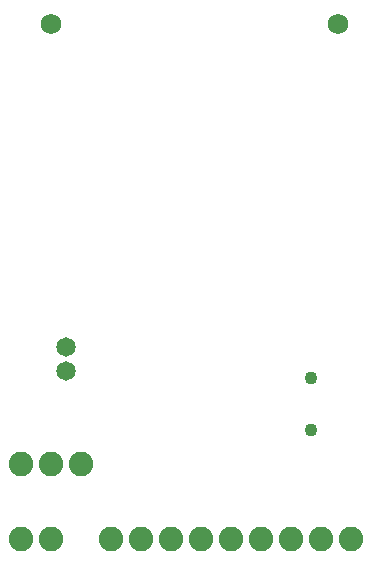
<source format=gbr>
G04 EAGLE Gerber RS-274X export*
G75*
%MOMM*%
%FSLAX34Y34*%
%LPD*%
%INSoldermask Bottom*%
%IPPOS*%
%AMOC8*
5,1,8,0,0,1.08239X$1,22.5*%
G01*
%ADD10C,2.082800*%
%ADD11C,1.103200*%
%ADD12C,1.651000*%
%ADD13C,1.753200*%


D10*
X96520Y12700D03*
X121920Y12700D03*
X147320Y12700D03*
X172720Y12700D03*
X198120Y12700D03*
X223520Y12700D03*
X248920Y12700D03*
X274320Y12700D03*
X299720Y12700D03*
X20320Y12700D03*
X45720Y12700D03*
D11*
X265430Y105000D03*
X265430Y149000D03*
D12*
X58420Y155100D03*
X58420Y175100D03*
D10*
X20320Y76200D03*
X45720Y76200D03*
X71120Y76200D03*
D13*
X45700Y448900D03*
X288300Y448900D03*
M02*

</source>
